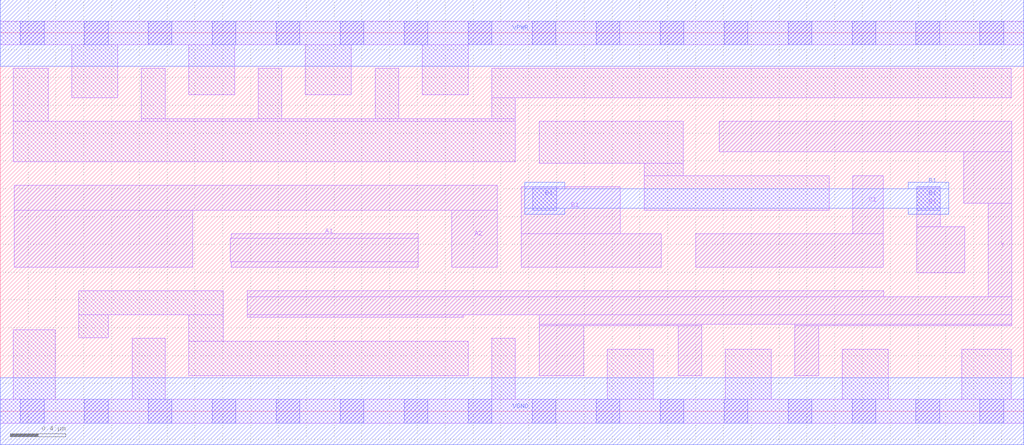
<source format=lef>
# Copyright 2020 The SkyWater PDK Authors
#
# Licensed under the Apache License, Version 2.0 (the "License");
# you may not use this file except in compliance with the License.
# You may obtain a copy of the License at
#
#     https://www.apache.org/licenses/LICENSE-2.0
#
# Unless required by applicable law or agreed to in writing, software
# distributed under the License is distributed on an "AS IS" BASIS,
# WITHOUT WARRANTIES OR CONDITIONS OF ANY KIND, either express or implied.
# See the License for the specific language governing permissions and
# limitations under the License.
#
# SPDX-License-Identifier: Apache-2.0

VERSION 5.7 ;
  NAMESCASESENSITIVE ON ;
  NOWIREEXTENSIONATPIN ON ;
  DIVIDERCHAR "/" ;
  BUSBITCHARS "[]" ;
UNITS
  DATABASE MICRONS 200 ;
END UNITS
MACRO sky130_fd_sc_hd__a211oi_4
  CLASS CORE ;
  SOURCE USER ;
  FOREIGN sky130_fd_sc_hd__a211oi_4 ;
  ORIGIN  0.000000  0.000000 ;
  SIZE  7.360000 BY  2.720000 ;
  SYMMETRY X Y R90 ;
  SITE unithd ;
  PIN A1
    ANTENNAGATEAREA  0.990000 ;
    DIRECTION INPUT ;
    USE SIGNAL ;
    PORT
      LAYER li1 ;
        RECT 1.655000 1.075000 3.005000 1.245000 ;
        RECT 1.660000 1.035000 3.005000 1.075000 ;
        RECT 1.660000 1.245000 3.005000 1.275000 ;
    END
  END A1
  PIN A2
    ANTENNAGATEAREA  0.990000 ;
    DIRECTION INPUT ;
    USE SIGNAL ;
    PORT
      LAYER li1 ;
        RECT 0.100000 1.035000 1.385000 1.445000 ;
        RECT 0.100000 1.445000 3.575000 1.625000 ;
        RECT 3.245000 1.035000 3.575000 1.445000 ;
    END
  END A2
  PIN B1
    ANTENNAGATEAREA  0.990000 ;
    DIRECTION INPUT ;
    USE SIGNAL ;
    PORT
      LAYER li1 ;
        RECT 3.745000 1.035000 4.755000 1.275000 ;
        RECT 3.745000 1.275000 4.460000 1.615000 ;
      LAYER mcon ;
        RECT 3.830000 1.445000 4.000000 1.615000 ;
    END
    PORT
      LAYER li1 ;
        RECT 6.590000 0.995000 6.935000 1.325000 ;
        RECT 6.590000 1.325000 6.760000 1.615000 ;
      LAYER mcon ;
        RECT 6.590000 1.445000 6.760000 1.615000 ;
    END
    PORT
      LAYER met1 ;
        RECT 3.770000 1.415000 4.060000 1.460000 ;
        RECT 3.770000 1.460000 6.820000 1.600000 ;
        RECT 3.770000 1.600000 4.060000 1.645000 ;
        RECT 6.530000 1.415000 6.820000 1.460000 ;
        RECT 6.530000 1.600000 6.820000 1.645000 ;
    END
  END B1
  PIN C1
    ANTENNAGATEAREA  0.990000 ;
    DIRECTION INPUT ;
    USE SIGNAL ;
    PORT
      LAYER li1 ;
        RECT 5.000000 1.035000 6.350000 1.275000 ;
        RECT 6.130000 1.275000 6.350000 1.695000 ;
    END
  END C1
  PIN Y
    ANTENNADIFFAREA  1.685000 ;
    DIRECTION OUTPUT ;
    USE SIGNAL ;
    PORT
      LAYER li1 ;
        RECT 1.775000 0.675000 3.330000 0.695000 ;
        RECT 1.775000 0.695000 7.275000 0.825000 ;
        RECT 1.775000 0.825000 6.355000 0.865000 ;
        RECT 3.875000 0.255000 4.195000 0.615000 ;
        RECT 3.875000 0.615000 5.045000 0.625000 ;
        RECT 3.875000 0.625000 7.275000 0.695000 ;
        RECT 4.875000 0.255000 5.045000 0.615000 ;
        RECT 5.170000 1.865000 7.275000 2.085000 ;
        RECT 5.715000 0.255000 5.885000 0.615000 ;
        RECT 5.715000 0.615000 7.275000 0.625000 ;
        RECT 6.930000 1.495000 7.275000 1.865000 ;
        RECT 7.105000 0.825000 7.275000 1.495000 ;
    END
  END Y
  PIN VGND
    DIRECTION INOUT ;
    SHAPE ABUTMENT ;
    USE GROUND ;
    PORT
      LAYER met1 ;
        RECT 0.000000 -0.240000 7.360000 0.240000 ;
    END
  END VGND
  PIN VPWR
    DIRECTION INOUT ;
    SHAPE ABUTMENT ;
    USE POWER ;
    PORT
      LAYER met1 ;
        RECT 0.000000 2.480000 7.360000 2.960000 ;
    END
  END VPWR
  OBS
    LAYER li1 ;
      RECT 0.000000 -0.085000 7.360000 0.085000 ;
      RECT 0.000000  2.635000 7.360000 2.805000 ;
      RECT 0.095000  0.085000 0.395000 0.585000 ;
      RECT 0.095000  1.795000 3.705000 2.085000 ;
      RECT 0.095000  2.085000 0.345000 2.465000 ;
      RECT 0.515000  2.255000 0.845000 2.635000 ;
      RECT 0.565000  0.530000 0.775000 0.695000 ;
      RECT 0.565000  0.695000 1.605000 0.865000 ;
      RECT 0.950000  0.085000 1.185000 0.525000 ;
      RECT 1.015000  2.085000 3.705000 2.105000 ;
      RECT 1.015000  2.105000 1.185000 2.465000 ;
      RECT 1.355000  0.255000 3.365000 0.505000 ;
      RECT 1.355000  0.505000 1.605000 0.695000 ;
      RECT 1.355000  2.275000 1.685000 2.635000 ;
      RECT 1.855000  2.105000 2.025000 2.465000 ;
      RECT 2.195000  2.275000 2.525000 2.635000 ;
      RECT 2.695000  2.105000 2.865000 2.465000 ;
      RECT 3.035000  2.275000 3.365000 2.635000 ;
      RECT 3.535000  0.085000 3.705000 0.525000 ;
      RECT 3.535000  2.105000 3.705000 2.255000 ;
      RECT 3.535000  2.255000 7.270000 2.465000 ;
      RECT 3.875000  1.785000 4.910000 2.085000 ;
      RECT 4.365000  0.085000 4.695000 0.445000 ;
      RECT 4.630000  1.445000 5.960000 1.695000 ;
      RECT 4.630000  1.695000 4.910000 1.785000 ;
      RECT 5.215000  0.085000 5.545000 0.445000 ;
      RECT 6.055000  0.085000 6.385000 0.445000 ;
      RECT 6.915000  0.085000 7.270000 0.445000 ;
    LAYER mcon ;
      RECT 0.145000 -0.085000 0.315000 0.085000 ;
      RECT 0.145000  2.635000 0.315000 2.805000 ;
      RECT 0.605000 -0.085000 0.775000 0.085000 ;
      RECT 0.605000  2.635000 0.775000 2.805000 ;
      RECT 1.065000 -0.085000 1.235000 0.085000 ;
      RECT 1.065000  2.635000 1.235000 2.805000 ;
      RECT 1.525000 -0.085000 1.695000 0.085000 ;
      RECT 1.525000  2.635000 1.695000 2.805000 ;
      RECT 1.985000 -0.085000 2.155000 0.085000 ;
      RECT 1.985000  2.635000 2.155000 2.805000 ;
      RECT 2.445000 -0.085000 2.615000 0.085000 ;
      RECT 2.445000  2.635000 2.615000 2.805000 ;
      RECT 2.905000 -0.085000 3.075000 0.085000 ;
      RECT 2.905000  2.635000 3.075000 2.805000 ;
      RECT 3.365000 -0.085000 3.535000 0.085000 ;
      RECT 3.365000  2.635000 3.535000 2.805000 ;
      RECT 3.825000 -0.085000 3.995000 0.085000 ;
      RECT 3.825000  2.635000 3.995000 2.805000 ;
      RECT 4.285000 -0.085000 4.455000 0.085000 ;
      RECT 4.285000  2.635000 4.455000 2.805000 ;
      RECT 4.745000 -0.085000 4.915000 0.085000 ;
      RECT 4.745000  2.635000 4.915000 2.805000 ;
      RECT 5.205000 -0.085000 5.375000 0.085000 ;
      RECT 5.205000  2.635000 5.375000 2.805000 ;
      RECT 5.665000 -0.085000 5.835000 0.085000 ;
      RECT 5.665000  2.635000 5.835000 2.805000 ;
      RECT 6.125000 -0.085000 6.295000 0.085000 ;
      RECT 6.125000  2.635000 6.295000 2.805000 ;
      RECT 6.585000 -0.085000 6.755000 0.085000 ;
      RECT 6.585000  2.635000 6.755000 2.805000 ;
      RECT 7.045000 -0.085000 7.215000 0.085000 ;
      RECT 7.045000  2.635000 7.215000 2.805000 ;
  END
END sky130_fd_sc_hd__a211oi_4

</source>
